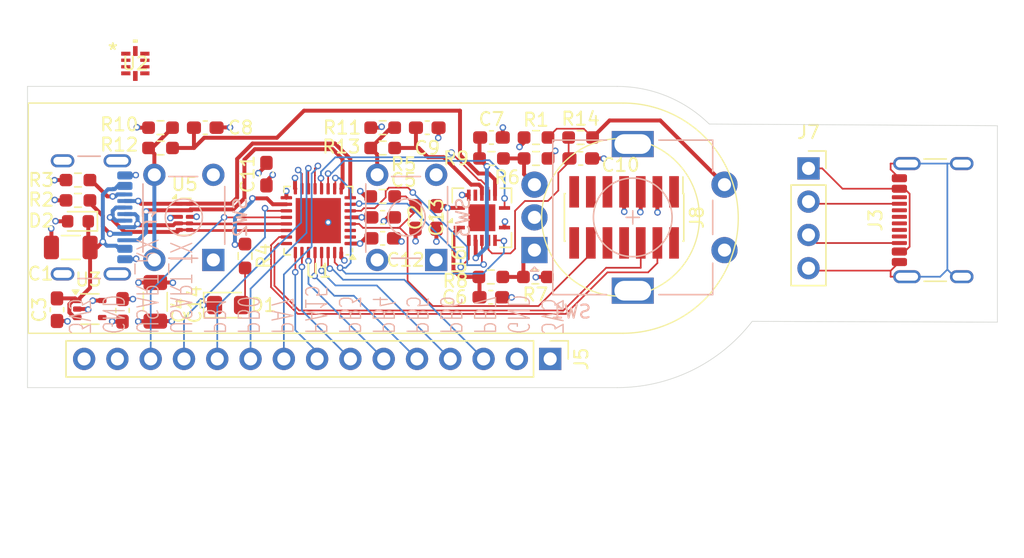
<source format=kicad_pcb>
(kicad_pcb (version 20241229) (generator "pcbnew") (generator_version "9.0")
  (layers (0 "F.Cu" signal) (4 "In1.Cu" mixed) (6 "In2.Cu" mixed) (2 "B.Cu" signal) (13 "F.Paste" user) (15 "B.Paste" user) (5 "F.SilkS" user "F.Silkscreen") (7 "B.SilkS" user "B.Silkscreen") (1 "F.Mask" user) (3 "B.Mask" user) (25 "Edge.Cuts" user))
  (net 0 "")
  (net 1 "3V3")
  (net 2 "GND")
  (net 3 "NRST")
  (net 4 "Net-(D1-A)")
  (net 5 "PB0")
  (net 6 "LED")
  (net 7 "enc_A")
  (net 8 "PB3")
  (net 9 "BOOT0")
  (net 10 "PB6")
  (net 11 "SWCLK")
  (net 12 "PB4")
  (net 13 "PB5")
  (net 14 "enc_B")
  (net 15 "USART1_RX")
  (net 16 "USART1_TX")
  (net 17 "LPUART_RX")
  (net 18 "pushbutton_B")
  (net 19 "pushbutton_A")
  (net 20 "PA15")
  (net 21 "SWDIO")
  (net 22 "PB7")
  (net 23 "PB1")
  (net 24 "LPUART_TX")
  (net 25 "PA7")
  (net 27 "5V")
  (net 34 "Net-(J1-CC1)")
  (net 35 "Net-(J1-CC2)")
  (net 36 "adaptor_LPUART_RX")
  (net 37 "adaptor_5V")
  (net 38 "adaptor_LPUART_TX")
  (net 39 "adaptor_GND")
  (net 40 "Net-(C6-Pad1)")
  (net 41 "Net-(C7-Pad1)")
  (net 42 "Net-(C8-Pad1)")
  (net 43 "Net-(C9-Pad1)")
  (net 44 "Net-(C10-Pad1)")
  (net 53 "Net-(R1-Pad1)")
  (net 54 "Net-(R6-Pad1)")
  (net 55 "Net-(R7-Pad1)")
  (net 56 "Net-(R10-Pad1)")
  (net 57 "Net-(R11-Pad1)")
  (net 59 "USB_DP")
  (net 60 "USB_DN")
  (footprint "Package_SON:USON-10_2.5x1.0mm_P0.5mm" (layer "F.Cu") (at 102.9725 46.96)
    (property "Reference" "U5")
    (property "Value" "TPD4E02B04DQA")
  )
  (footprint "Package_DFN_QFN:Texas_S-PVQFN-N14" (layer "F.Cu") (at 125.67 47.03 90)
    (property "Reference" "U6")
    (property "Value" "74LV14")
  )
  (footprint "Capacitor_SMD:C_0603_1608Metric_Pad1.08x0.95mm_HandSolder" (layer "F.Cu") (at 122.2 47 -90)
    (property "Reference" "C13")
    (property "Value" "1uF")
  )
  (footprint "Resistor_SMD:R_0603_1608Metric_Pad0.98x0.95mm_HandSolder" (layer "F.Cu") (at 118.1 41.7)
    (property "Reference" "R13")
    (property "Value" "10k")
  )
  (footprint "Diode_SMD:D_0603_1608Metric" (layer "F.Cu") (at 94.85 47.3 180)
    (property "Reference" "D2")
    (property "Value" "D_Schottky")
  )
  (footprint "Resistor_SMD:R_0603_1608Metric_Pad0.98x0.95mm_HandSolder" (layer "F.Cu") (at 129.8 42.5)
    (property "Reference" "R6")
    (property "Value" "10k")
  )
  (footprint "footprints:RSE10" (layer "F.Cu") (at 99.2274 35.25)
    (property "Reference" "U2")
    (property "Value" "TS3USB221ARSER")
  )
  (footprint "Capacitor_SMD:C_0603_1608Metric_Pad1.08x0.95mm_HandSolder" (layer "F.Cu") (at 133.2125 42.5)
    (property "Reference" "C10")
    (property "Value" "100nF")
  )
  (footprint "Connector_PinHeader_2.54mm:PinHeader_1x15_P2.54mm_Vertical" (layer "F.Cu") (at 130.88 57.81 -90)
    (property "Reference" "J5")
    (property "Value" "Conn_01x15")
  )
  (footprint "Package_TO_SOT_SMD:SOT-353_SC-70-5" (layer "F.Cu") (at 95.75 54)
    (property "Reference" "U3")
    (property "Value" "MIC5365-1.0YC5")
  )
  (footprint "Resistor_SMD:R_0603_1608Metric_Pad0.98x0.95mm_HandSolder" (layer "F.Cu") (at 118.1 40.15 180)
    (property "Reference" "R11")
    (property "Value" "10k")
  )
  (footprint "Capacitor_SMD:C_0603_1608Metric_Pad1.08x0.95mm_HandSolder" (layer "F.Cu") (at 126.35 53.1)
    (property "Reference" "C6")
    (property "Value" "100nF")
  )
  (footprint "Capacitor_SMD:C_0603_1608Metric_Pad1.08x0.95mm_HandSolder" (layer "F.Cu") (at 118.1 48.6)
    (property "Reference" "C12")
    (property "Value" "100nF")
  )
  (footprint "Resistor_SMD:R_0603_1608Metric_Pad0.98x0.95mm_HandSolder" (layer "F.Cu") (at 129.8 40.9 180)
    (property "Reference" "R1")
    (property "Value" "10k")
  )
  (footprint "Resistor_SMD:R_0603_1608Metric_Pad0.98x0.95mm_HandSolder" (layer "F.Cu") (at 94.85 44.15)
    (property "Reference" "R3")
    (property "Value" "5k1")
  )
  (footprint "Resistor_SMD:R_0603_1608Metric_Pad0.98x0.95mm_HandSolder" (layer "F.Cu") (at 118.1 45.4 180)
    (property "Reference" "R5")
    (property "Value" "10k")
  )
  (footprint "Capacitor_SMD:C_0603_1608Metric_Pad1.08x0.95mm_HandSolder" (layer "F.Cu") (at 109.23 43.7 90)
    (property "Reference" "C11")
    (property "Value" "100nF")
  )
  (footprint "Connector_PinSocket_2.54mm:PinSocket_1x04_P2.54mm_Vertical" (layer "F.Cu") (at 150.59 43.26)
    (property "Reference" "J7")
    (property "Value" "Conn_01x04")
  )
  (footprint "Resistor_SMD:R_0603_1608Metric_Pad0.98x0.95mm_HandSolder" (layer "F.Cu") (at 133.2 40.9)
    (property "Reference" "R14")
    (property "Value" "10k")
  )
  (footprint "Capacitor_SMD:C_0603_1608Metric_Pad1.08x0.95mm_HandSolder" (layer "F.Cu") (at 118.1 47)
    (property "Reference" "C5")
    (property "Value" "100nF")
  )
  (footprint "Connector_PinHeader_1.27mm:PinHeader_2x07_P1.27mm_Vertical_SMD" (layer "F.Cu") (at 136.52 47 -90)
    (property "Reference" "J8")
    (property "Value" "Conn_ST_STDC14")
  )
  (footprint "Resistor_SMD:R_0603_1608Metric_Pad0.98x0.95mm_HandSolder" (layer "F.Cu") (at 126.35 51.55)
    (property "Reference" "R8")
    (property "Value" "10k")
  )
  (footprint "Resistor_SMD:R_0603_1608Metric_Pad0.98x0.95mm_HandSolder" (layer "F.Cu") (at 107.6 49.95 -90)
    (property "Reference" "R4")
    (property "Value" "1k")
  )
  (footprint "Resistor_SMD:R_0603_1608Metric_Pad0.98x0.95mm_HandSolder" (layer "F.Cu") (at 101.15 40.15 180)
    (property "Reference" "R10")
    (property "Value" "10k")
  )
  (footprint "Capacitor_SMD:C_0603_1608Metric_Pad1.08x0.95mm_HandSolder" (layer "F.Cu") (at 120.6 47 -90)
    (property "Reference" "C2")
    (property "Value" "100nF")
  )
  (footprint "LED_SMD:LED_0805_2012Metric_Pad1.15x1.40mm_HandSolder" (layer "F.Cu") (at 106.3 53.7)
    (property "Reference" "D1")
    (property "Value" "LED")
  )
  (footprint "Capacitor_SMD:C_0603_1608Metric_Pad1.08x0.95mm_HandSolder" (layer "F.Cu") (at 121.5 40.15)
    (property "Reference" "C9")
    (property "Value" "100nF")
  )
  (footprint "Resistor_SMD:R_0603_1608Metric_Pad0.98x0.95mm_HandSolder" (layer "F.Cu") (at 129.75 51.55)
    (property "Reference" "R7")
    (property "Value" "10k")
  )
  (footprint "Capacitor_SMD:C_0603_1608Metric_Pad1.08x0.95mm_HandSolder" (layer "F.Cu") (at 98.25 54.1 -90)
    (property "Reference" "C4")
    (property "Value" "1uF")
  )
  (footprint "Capacitor_SMD:C_1206_3216Metric" (layer "F.Cu") (at 94.3 49.3 180)
    (property "Reference" "C1")
    (property "Value" "16V/47uF")
  )
  (footprint "Capacitor_SMD:C_0603_1608Metric_Pad1.08x0.95mm_HandSolder" (layer "F.Cu") (at 104.5625 40.15)
    (property "Reference" "C8")
    (property "Value" "100nF")
  )
  (footprint "Resistor_SMD:R_0603_1608Metric_Pad0.98x0.95mm_HandSolder" (layer "F.Cu") (at 101.15 41.7)
    (property "Reference" "R12")
    (property "Value" "10k")
  )
  (footprint "Connector_USB:USB_C_Receptacle_GCT_USB4105-xx-A_16P_TopMnt_Horizontal" (layer "F.Cu") (at 161.205 47.21 90)
    (property "Reference" "J3")
    (property "Value" "USB_C_connector_board")
  )
  (footprint "Capacitor_SMD:C_0603_1608Metric_Pad1.08x0.95mm_HandSolder" (layer "F.Cu") (at 93.25 54.05 -90)
    (property "Reference" "C3")
    (property "Value" "1uF")
  )
  (footprint "Resistor_SMD:R_0603_1608Metric_Pad0.98x0.95mm_HandSolder" (layer "F.Cu") (at 94.85 45.7)
    (property "Reference" "R2")
    (property "Value" "5k1")
  )
  (footprint "Package_DFN_QFN:QFN-32-1EP_5x5mm_P0.5mm_EP3.45x3.45mm" (layer "F.Cu") (at 113.1875 47.25 180)
    (property "Reference" "U1")
    (property "Value" "STM32L432KCUx")
  )
  (footprint "Capacitor_SMD:C_1206_3216Metric" (layer "F.Cu") (at 100.75 53.45 -90)
    (property "Reference" "C14")
    (property "Value" "16V/47uF")
  )
  (footprint "Resistor_SMD:R_0603_1608Metric_Pad0.98x0.95mm_HandSolder" (layer "F.Cu") (at 126.4 42.5)
    (property "Reference" "R9")
    (property "Value" "10k")
  )
  (footprint "Capacitor_SMD:C_0603_1608Metric_Pad1.08x0.95mm_HandSolder" (layer "F.Cu") (at 126.4 40.9)
    (property "Reference" "C7")
    (property "Value" "100nF")
  )
  (footprint "Rotary_Encoder:RotaryEncoder_Alps_EC11E-Switch_Vertical_H20mm" (layer "B.Cu") (at 129.68 49.5)
    (property "Reference" "SW1")
    (property "Value" "RotaryEncoder_Switch")
  )
  (footprint "Button_Switch_THT:SW_TH_Tactile_Omron_B3F-10xx" (layer "B.Cu") (at 105.18 50.25 90)
    (property "Reference" "SW2")
    (property "Value" "SW_Push" (hide yes))
  )
  (footprint "Button_Switch_THT:SW_TH_Tactile_Omron_B3F-10xx" (layer "B.Cu") (at 122.18 50.25 90)
    (property "Reference" "SW3")
    (property "Value" "SW_Push")
  )
  (footprint "Connector_USB:USB_C_Receptacle_GCT_USB4105-xx-A_16P_TopMnt_Horizontal" (layer "B.Cu") (at 94.75 47 90)
    (property "Reference" "J1")
    (property "Value" "USB_C_synthmate")
  )
  (gr_line (start 136.44 38.27) (end 91.06 38.27) (stroke (width 0.1)) (layer "F.SilkS"))
  (gr_line (start 91.06 38.27) (end 91.06 55.85) (stroke (width 0.1)) (layer "F.SilkS"))
  (gr_circle (center 136.25 47) (end 132.67 42.16) (stroke (width 0.1)) (fill no) (layer "F.SilkS"))
  (gr_line (start 91.06 55.85) (end 136.44 55.85) (stroke (width 0.1)) (layer "F.SilkS"))
  (gr_arc (start 136.44 38.27) (mid 145.23 47.06) (end 136.44 55.85) (stroke (width 0.1)) (layer "F.SilkS"))
  (gr_arc (start 146.292052 54.941893) (mid 141.733907 58.667146) (end 136 60) (stroke (width 0.05)) (layer "Edge.Cuts"))
  (gr_line (start 136 37) (end 91 37) (stroke (width 0.05)) (layer "Edge.Cuts"))
  (gr_line (start 143.014979 39.873285) (end 165 40) (stroke (width 0.05)) (layer "Edge.Cuts"))
  (gr_line (start 165 40) (end 165 55) (stroke (width 0.05)) (layer "Edge.Cuts"))
  (gr_arc (start 136 37) (mid 139.790307 37.746159) (end 143.014979 39.873285) (stroke (width 0.05)) (layer "Edge.Cuts"))
  (gr_line (start 91 37) (end 91 60) (stroke (width 0.05)) (layer "Edge.Cuts"))
  (gr_line (start 165 55) (end 146.29205 54.941893) (stroke (width 0.05)) (layer "Edge.Cuts"))
  (gr_line (start 91 60) (end 136 60) (stroke (width 0.05)) (layer "Edge.Cuts"))
  (gr_text "3V3\nGND\nPB7\nPB6\nPB5\nPB4\nPB3\nPA15\nPA7\nPB0\nPB1\nUSART_TX\nUSART_RX\nGND\n3V3" (at 94 56 270) (layer "B.SilkS") (effects (font (size 1.6 1) (thickness 0.1)) (justify left bottom mirror)))
  (segment (start 130.6625 51.55) (end 129.8 51.55) (width 0.3) (layer "F.Cu") (net 1))
  (segment (start 139.06 46.61) (end 139.07 46.62) (width 0.3) (layer "F.Cu") (net 1))
  (segment (start 102.075 51.975) (end 102.09 51.99) (width 0.3) (layer "F.Cu") (net 1))
  (segment (start 116.79 45.4) (end 116.39 45) (width 0.3) (layer "F.Cu") (net 1))
  (segment (start 128.8875 41.2725) (end 128.54 41.62) (width 0.3) (layer "F.Cu") (net 1))
  (segment (start 99.38 40.15) (end 99.35 40.12) (width 0.3) (layer "F.Cu") (net 1))
  (segment (start 117.1375 47) (end 117.2375 46.9) (width 0.3) (layer "F.Cu") (net 1))
  (segment (start 100.2375 40.15) (end 99.38 40.15) (width 0.3) (layer "F.Cu") (net 1))
  (segment (start 139.06 45.05) (end 139.06 46.61) (width 0.3) (layer "F.Cu") (net 1))
  (segment (start 117.1875 40.15) (end 117.95 40.15) (width 0.3) (layer "F.Cu") (net 1))
  (segment (start 100.75 51.975) (end 99.475 51.975) (width 0.3) (layer "F.Cu") (net 1))
  (segment (start 122.2 46.1375) (end 122.8975 46.1375) (width 0.3) (layer "F.Cu") (net 1))
  (segment (start 117.95 40.15) (end 118.02 40.08) (width 0.3) (layer "F.Cu") (net 1))
  (segment (start 98.1375 53.35) (end 98.25 53.2375) (width 0.3) (layer "F.Cu") (net 1))
  (segment (start 109.23 44.23) (end 109.71 43.75) (width 0.3) (layer "F.Cu") (net 1))
  (segment (start 109.23 44.5625) (end 109.23 44.23) (width 0.3) (layer "F.Cu") (net 1))
  (segment (start 116.5 47) (end 117.1375 47) (width 0.3) (layer "F.Cu") (net 1))
  (segment (start 115.625 47) (end 116.5 47) (width 0.3) (layer "F.Cu") (net 1))
  (segment (start 117.1875 45.4) (end 116.79 45.4) (width 0.3) (layer "F.Cu") (net 1))
  (segment (start 115.625 49) (end 116.37 49) (width 0.3) (layer "F.Cu") (net 1))
  (segment (start 96.7 53.35) (end 95.99 53.35) (width 0.3) (layer "F.Cu") (net 1))
  (segment (start 130.7125 42.4775) (end 131.27 41.92) (width 0.3) (layer "F.Cu") (net 1))
  (segment (start 122.8975 46.1375) (end 123.04 46.28) (width 0.3) (layer "F.Cu") (net 1))
  (segment (start 128.8875 40.9) (end 128.8875 41.2725) (width 0.3) (layer "F.Cu") (net 1))
  (segment (start 116.77 48.6) (end 116.37 49) (width 0.3) (layer "F.Cu") (net 1))
  (segment (start 99.475 51.975) (end 99.47 51.98) (width 0.3) (layer "F.Cu") (net 1))
  (segment (start 123.945 46.28) (end 123.04 46.28) (width 0.3) (layer "F.Cu") (net 1))
  (segment (start 110.75 44.99) (end 110.75 45.5) (width 0.3) (layer "F.Cu") (net 1))
  (segment (start 98.25 53.2375) (end 99.0375 53.2375) (width 0.3) (layer "F.Cu") (net 1))
  (segment (start 95.99 53.35) (end 95.98 53.36) (width 0.3) (layer "F.Cu") (net 1))
  (segment (start 100.75 51.975) (end 102.075 51.975) (width 0.3) (layer "F.Cu") (net 1))
  (segment (start 117.2375 47) (end 116.5 47) (width 0.3) (layer "F.Cu") (net 1))
  (segment (start 130.7125 42.5) (end 130.7125 42.4775) (width 0.3) (layer "F.Cu") (net 1))
  (segment (start 129.8 51.55) (end 129.78 51.57) (width 0.3) (layer "F.Cu") (net 1))
  (segment (start 99.0375 53.2375) (end 99.04 53.24) (width 0.3) (layer "F.Cu") (net 1))
  (segment (start 117.2375 48.6) (end 116.77 48.6) (width 0.3) (layer "F.Cu") (net 1))
  (via (at 99.47 51.98) (size 0.5) (drill 0.3) (layers "F.Cu" "B.Cu") (net 1))
  (via (at 102.09 51.99) (size 0.5) (drill 0.3) (layers "F.Cu" "B.Cu") (net 1))
  (via (at 128.54 41.62) (size 0.5) (drill 0.3) (layers "F.Cu" "B.Cu") (net 1))
  (via (at 99.35 40.12) (size 0.5) (drill 0.3) (layers "F.Cu" "B.Cu") (net 1))
  (via (at 95.98 53.36) (size 0.5) (drill 0.3) (layers "F.Cu" "B.Cu") (net 1))
  (via (at 116.39 45) (size 0.5) (drill 0.3) (layers "F.Cu" "B.Cu") (net 1))
  (via (at 109.71 43.75) (size 0.5) (drill 0.3) (layers "F.Cu" "B.Cu") (net 1))
  (via (at 110.75 44.99) (size 0.5) (drill 0.3) (layers "F.Cu" "B.Cu") (net 1))
  (via (at 131.27 41.92) (size 0.5) (drill 0.3) (layers "F.Cu" "B.Cu") (net 1))
  (via (at 123.04 46.28) (size 0.5) (drill 0.3) (layers "F.Cu" "B.Cu") (net 1))
  (via (at 129.78 51.57) (size 0.5) (drill 0.3) (layers "F.Cu" "B.Cu") (net 1))
  (via (at 118.02 40.08) (size 0.5) (drill 0.3) (layers "F.Cu" "B.Cu") (net 1))
  (via (at 99.04 53.24) (size 0.5) (drill 0.3) (layers "F.Cu" "B.Cu") (net 1))
  (via (at 139.07 46.62) (size 0.5) (drill 0.3) (layers "F.Cu" "B.Cu") (net 1))
  (via (at 116.5 47) (size 0.5) (drill 0.3) (layers "F.Cu" "B.Cu") (net 1))
  (via (at 116.37 49) (size 0.5) (drill 0.3) (layers "F.Cu" "B.Cu") (net 1))
  (segment (start 137.79 46.57) (end 137.76 46.6) (width 0.3) (layer "F.Cu") (net 2))
  (segment (start 119.29 48.6) (end 119.53 48.84) (width 0.3) (layer "F.Cu") (net 2))
  (segment (start 95.59 54) (end 95.63 54.04) (width 0.3) (layer "F.Cu") (net 2))
  (segment (start 109.23 42.8375) (end 108.9525 43.115) (width 0.3) (layer "F.Cu") (net 2))
  (segment (start 118.49 47) (end 118.19 47.3) (width 0.3) (layer "F.Cu") (net 2))
  (segment (start 127.2625 40.1475) (end 127.27 40.14) (width 0.3) (layer "F.Cu") (net 2))
  (segment (start 108.9525 43.115) (end 108.9525 43.2875) (width 0.3) (layer "F.Cu") (net 2))
  (segment (start 102.5875 46.96) (end 101.99 46.96) (width 0.3) (layer "F.Cu") (net 2))
  (segment (start 99.475 54.925) (end 99.45 54.95) (width 0.3) (layer "F.Cu") (net 2))
  (segment (start 118.9625 48.6) (end 119.29 48.6) (width 0.3) (layer "F.Cu") (net 2))
  (segment (start 108.9525 43.2875) (end 108.62 43.62) (width 0.3) (layer "F.Cu") (net 2))
  (segment (start 127.395 47.355) (end 127.43 47.32) (width 0.3) (layer "F.Cu") (net 2))
  (segment (start 113.1875 47.2425) (end 113.21 47.22) (width 0.3) (layer "F.Cu") (net 2))
  (segment (start 103.3575 46.96) (end 103.89 46.96) (width 0.3) (layer "F.Cu") (net 2))
  (segment (start 113.1875 47.25) (end 113.1875 47.2425) (width 0.3) (layer "F.Cu") (net 2))
  (segment (start 111.41 44.785) (end 111.4375 44.8125) (width 0.3) (layer "F.Cu") (net 2))
  (segment (start 100.75 54.925) (end 99.475 54.925) (width 0.3) (layer "F.Cu") (net 2))
  (segment (start 134.96 42.5) (end 134.97 42.51) (width 0.3) (layer "F.Cu") (net 2))
  (segment (start 122.2 48.85) (end 122.2 47.8625) (width 0.3) (layer "F.Cu") (net 2))
  (segment (start 93.15 47.3) (end 93.14 47.29) (width 0.3) (layer "F.Cu") (net 2))
  (segment (start 111.41 43.99) (end 111.41 44.785) (width 0.3) (layer "F.Cu") (net 2))
  (segment (start 105.445 40.13) (end 105.425 40.15) (width 0.3) (layer "F.Cu") (net 2))
  (segment (start 97.4825 54.9625) (end 97.46 54.94) (width 0.3) (layer "F.Cu") (net 2))
  (segment (start 106.45 40.13) (end 105.445 40.13) (width 0.3) (layer "F.Cu") (net 2))
  (segment (start 93.9375 44.15) (end 93.07 44.15) (width 0.3) (layer "F.Cu") (net 2))
  (segment (start 134.075 42.5) (end 134.96 42.5) (width 0.3) (layer "F.Cu") (net 2))
  (segment (start 124.67 45.305) (end 124.175 45.305) (width 0.3) (layer "F.Cu") (net 2))
  (segment (start 124.175 45.305) (end 124.16 45.29) (width 0.3) (layer "F.Cu") (net 2))
  (segment (start 103.89 46.96) (end 103.9 46.95) (width 0.3) (layer "F.Cu") (net 2))
  (segment (start 93.9375 45.7) (end 93.11 45.7) (width 0.3) (layer "F.Cu") (net 2))
  (segment (start 98.2875 54.925) (end 98.25 54.9625) (width 0.13) (layer "F.Cu") (net 2))
  (segment (start 92.825 49.3) (end 92.825 47.865) (width 0.3) (layer "F.Cu") (net 2))
  (segment (start 94.0625 47.3) (end 93.15 47.3) (width 0.3) (layer "F.Cu") (net 2))
  (segment (start 136.52 46.56) (end 136.53 46.57) (width 0.3) (layer "F.Cu") (net 2))
  (segment (start 118.9625 47) (end 118.49 47) (width 0.3) (layer "F.Cu") (net 2))
  (segment (start 98.25 54.9625) (end 97.4825 54.9625) (width 0.3) (layer "F.Cu") (net 2))
  (segment (start 94.0225 54.9125) (end 94.05 54.94) (width 0.3) (layer "F.Cu") (net 2))
  (segment (start 114.9375 50.048525) (end 115.177517 50.288542) (width 0.3) (layer "F.Cu") (net 2))
  (segment (start 101.995 54.925) (end 102.01 54.94) (width 0.3) (layer "F.Cu") (net 2))
  (segment (start 120.6 47.8625) (end 120.61 48.82) (width 0.3) (layer "F.Cu") (net 2))
  (segment (start 105.275 53.7) (end 104.41 53.7) (width 0.3) (layer "F.Cu") (net 2))
  (segment (start 93.07 44.15) (end 93.06 44.16) (width 0.3) (layer "F.Cu") (net 2))
  (segment (start 100.75 54.925) (end 101.995 54.925) (width 0.3) (layer "F.Cu") (net 2))
  (segment (start 93.25 54.9125) (end 94.0225 54.9125) (width 0.3) (layer "F.Cu") (net 2))
  (segment (start 137.79 45.05) (end 137.79 46.57) (width 0.3) (layer "F.Cu") (net 2))
  (segment (start 122.3625 40.9075) (end 122.34 40.93) (width 0.3) (layer "F.Cu") (net 2))
  (segment (start 93.11 45.7) (end 93.08 45.67) (width 0.3) (layer "F.Cu") (net 2))
  (segment (start 105.18 53.605) (end 105.275 53.7) (width 0.13) (layer "F.Cu") (net 2))
  (segment (start 127.2625 40.9) (end 127.2625 40.1475) (width 0.3) (layer "F.Cu") (net 2))
  (segment (start 127.2125 53.1) (end 127.93 53.1) (width 0.3) (layer "F.Cu") (net 2))
  (segment (start 127.395 47.78) (end 127.395 47.355) (width 0.3) (layer "F.Cu") (net 2))
  (segment (start 127.93 53.1) (end 127.94 53.11) (width 0.3) (layer "F.Cu") (net 2))
  (segment (start 94.8 54) (end 95.59 54) (width 0.3) (layer "F.Cu") (net 2))
  (segment (start 122.3625 40.15) (end 122.3625 40.9075) (width 0.3) (layer "F.Cu") (net 2))
  (segment (start 114.9375 49.6875) (end 114.9375 50.048525) (width 0.3) (layer "F.Cu") (net 2))
  (segment (start 92.825 47.865) (end 92.81 47.85) (width 0.3) (layer "F.Cu") (net 2))
  (segment (start 101.99 46.96) (end 101.9 47.05) (width 0.3) (layer "F.Cu") (net 2))
  (segment (start 136.52 45.05) (end 136.52 46.56) (width 0.3) (layer "F.Cu") (net 2))
  (via (at 99.45 54.95) (size 0.5) (drill 0.3) (layers "F.Cu" "B.Cu") (net 2))
  (via (at 95.63 54.04) (size 0.5) (drill 0.3) (layers "F.Cu" "B.Cu") (net 2))
  (via (at 106.45 40.13) (size 0.5) (drill 0.3) (layers "F.Cu" "B.Cu") (net 2))
  (via (at 102.01 54.94) (size 0.5) (drill 0.3) (layers "F.Cu" "B.Cu") (net 2))
  (via (at 122.34 40.93) (size 0.5) (drill 0.3) (layers "F.Cu" "B.Cu") (net 2))
  (via (at 127.27 40.14) (size 0.5) (drill 0.3) (layers "F.Cu" "B.Cu") (net 2))
  (via (at 137.76 46.6) (size 0.5) (drill 0.3) (layers "F.Cu" "B.Cu") (net 2))
  (via (at 93.08 45.67) (size 0.5) (drill 0.3) (layers "F.Cu" "B.Cu") (net 2))
  (via (at 108.62 43.62) (size 0.5) (drill 0.3) (layers "F.Cu" "B.Cu") (net 2))
  (via (at 94.05 54.94) (size 0.5) (drill 0.3) (layers "F.Cu" "B.Cu") (net 2))
  (via (at 99.29 50.16) (size 0.5) (drill 0.3) (layers "F.Cu" "B.Cu") (net 2))
  (via (at 92.81 47.85) (size 0.5) (drill 0.3) (layers "F.Cu" "B.Cu") (net 2))
  (via (at 113.94 47.38) (size 0.5) (drill 0.3) (layers "F.Cu" "B.Cu") (net 2))
  (via (at 120.61 48.82) (size 0.5) (drill 0.3) (layers "F.Cu" "B.Cu") (net 2))
  (via (at 122.2 48.85) (size 0.5) (drill 0.3) (layers "F.Cu" "B.Cu") (net 2))
  (via (at 93.14 47.29) (size 0.5) (drill 0.3) (layers "F.Cu" "B.Cu") (net 2))
  (via (at 97.46 54.94) (size 0.5) (drill 0.3) (layers "F.Cu" "B.Cu") (net 2))
  (via (at 136.53 46.57) (size 0.5) (drill 0.3) (layers "F.Cu" "B.Cu") (net 2))
  (via (at 124.16 45.29) (size 0.5) (drill 0.3) (layers "F.Cu" "B.Cu") (net 2))
  (via (at 127.43 47.32) (size 0.5) (drill 0.3) (layers "F.Cu" "B.Cu") (net 2))
  (via (at 103.9 46.95) (size 0.5) (drill 0.3) (layers "F.Cu" "B.Cu") (net 2))
  (via (at 101.9 47.05) (size 0.5) (drill 0.3) (layers "F.Cu" "B.Cu") (net 2))
  (via (at 118.19 47.3) (size 0.5) (drill 0.3) (layers "F.Cu" "B.Cu") (net 2))
  (via (at 99.26 43.77) (size 0.5) (drill 0.3) (layers "F.Cu" "B.Cu") (net 2))
  (via (at 104.41 53.7) (size 0.5) (drill 0.3) (layers "F.Cu" "B.Cu") (net 2))
  (via (at 111.41 43.99) (size 0.5) (drill 0.3) (layers "F.Cu" "B.Cu") (net 2))
  (via (at 127.94 53.11) (size 0.5) (drill 0.3) (layers "F.Cu" "B.Cu") (net 2))
  (via (at 119.53 48.84) (size 0.5) (drill 0.3) (layers "F.Cu" "B.Cu") (net 2))
  (via (at 93.06 44.16) (size 0.5) (drill 0.3) (layers "F.Cu" "B.Cu") (net 2))
  (via (at 134.97 42.51) (size 0.5) (drill 0.3) (layers "F.Cu" "B.Cu") (net 2))
  (via (at 115.177517 50.288542) (size 0.5) (drill 0.3) (layers "F.Cu" "B.Cu") (net 2))
  (segment (start 99.25 50.2) (end 99.29 50.16) (width 0.3) (layer "B.Cu") (net 2))
  (segment (start 98.43 43.8) (end 99.23 43.8) (width 0.3) (layer "B.Cu") (net 2))
  (segment (start 98.43 50.2) (end 99.25 50.2) (width 0.3) (layer "B.Cu") (net 2))
  (segment (start 99.23 43.8) (end 99.26 43.77) (width 0.3) (layer "B.Cu") (net 2))
  (segment (start 119.4 47.8) (end 119.25 47.8) (width 0.13) (layer "F.Cu") (net 3))
  (segment (start 120 51.85) (end 120 48.4) (width 0.13) (layer "F.Cu") (net 3))
  (segment (start 120.6 46.55) (end 120.6 46.261) (width 0.13) (layer "F.Cu") (net 3))
  (segment (start 121.921 53.771) (end 120 51.85) (width 0.13) (layer "F.Cu") (net 3))
  (segment (start 119.35 47.8) (end 120.6 46.55) (width 0.13) (layer "F.Cu") (net 3))
  (segment (start 133.98 49.78) (end 129.989 53.771) (width 0.13) (layer "F.Cu") (net 3))
  (segment (start 116.3 47.5) (end 116.6 47.8) (width 0.13) (layer "F.Cu") (net 3))
  (segment (start 119.8625 45.4) (end 120.6 46.1375) (width 0.13) (layer "F.Cu") (net 3))
  (segment (start 115.625 47.5) (end 116.3 47.5) (width 0.13) (layer "F.Cu") (net 3))
  (segment (start 129.989 53.771) (end 121.921 53.771) (width 0.13) (layer "F.Cu") (net 3))
  (segment (start 119.25 47.8) (end 119.35 47.8) (width 0.13) (layer "F.Cu") (net 3))
  (segment (start 119.0125 45.4) (end 119.8625 45.4) (width 0.13) (layer "F.Cu") (net 3))
  (segment (start 120 48.4) (end 119.4 47.8) (width 0.13) (layer "F.Cu") (net 3))
  (segment (start 116.6 47.8) (end 119.25 47.8) (width 0.13) (layer "F.Cu") (net 3))
  (segment (start 133.98 48.95) (end 133.98 49.78) (width 0.13) (layer "F.Cu") (net 3))
  (segment (start 107.6 53.425) (end 107.325 53.7) (width 0.13) (layer "F.Cu") (net 4))
  (segment (start 107.6 50.8625) (end 107.6 53.425) (width 0.13) (layer "F.Cu") (net 4))
  (segment (start 112.43 43.25) (end 112.43 44.805) (width 0.13) (layer "F.Cu") (net 5))
  (segment (start 112.43 44.805) (end 112.4375 44.8125) (width 0.13) (layer "F.Cu") (net 5))
  (via (at 112.43 43.25) (size 0.5) (drill 0.3) (layers "F.Cu" "B.Cu") (net 5))
  (segment (start 112.43 43.25) (end 112.29 43.39) (width 0.13) (layer "B.Cu") (net 5))
  (segment (start 112.29 43.39) (end 112.29 48.18) (width 0.13) (layer "B.Cu") (net 5))
  (segment (start 112.29 48.18) (end 108.02 52.45) (width 0.13) (layer "B.Cu") (net 5))
  (segment (start 108.02 52.45) (end 108.02 57.81) (width 0.13) (layer "B.Cu") (net 5))
  (segment (start 108.16 45.55) (end 109.27 45.55) (width 0.3) (layer "F.Cu") (net 6))
  (segment (start 109.27 45.55) (end 109.72 46) (width 0.3) (layer "F.Cu") (net 6))
  (segment (start 107.5575 49.08) (end 107.6 49.0375) (width 0.3) (layer "F.Cu") (net 6))
  (segment (start 106.83 49.08) (end 107.5575 49.08) (width 0.3) (layer "F.Cu") (net 6))
  (segment (start 109.72 46) (end 110.75 46) (width 0.3) (layer "F.Cu") (net 6))
  (via (at 108.16 45.55) (size 0.5) (drill 0.3) (layers "F.Cu" "B.Cu") (net 6))
  (via (at 106.83 49.08) (size 0.5) (drill 0.3) (layers "F.Cu" "B.Cu") (net 6))
  (segment (start 108.16 45.74) (end 106.83 47.07) (width 0.3) (layer "B.Cu") (net 6))
  (segment (start 106.83 47.07) (end 106.83 49.08) (width 0.3) (layer "B.Cu") (net 6))
  (segment (start 108.16 45.55) (end 108.16 45.74) (width 0.3) (layer "B.Cu") (net 6))
  (segment (start 115.675 45.95) (end 115.625 46) (width 0.13) (layer "F.Cu") (net 7))
  (segment (start 116.3 45.95) (end 115.675 45.95) (width 0.13) (layer "F.Cu") (net 7))
  (segment (start 124.67 50.18) (end 124.05 50.8) (width 0.13) (layer "F.Cu") (net 7))
  (segment (start 124.67 48.755) (end 124.67 50.18) (width 0.13) (layer "F.Cu") (net 7))
  (via (at 116.3 45.95) (size 0.5) (drill 0.3) (layers "F.Cu" "B.Cu") (net 7))
  (via (at 124.05 50.8) (size 0.5) (drill 0.3) (layers "F.Cu" "B.Cu") (net 7))
  (segment (start 119.972 45.95) (end 116.3 45.95) (width 0.13) (layer "B.Cu") (net 7))
  (segment (start 124.05 50.8) (end 124.05 50.028) (width 0.13) (layer "B.Cu") (net 7))
  (segment (start 124.05 50.028) (end 119.972 45.95) (width 0.13) (layer "B.Cu") (net 7))
  (segment (start 111.9375 50.78) (end 111.9375 49.6875) (width 0.13) (layer "F.Cu") (net 8))
  (via (at 111.9375 50.78) (size 0.5) (drill 0.3) (layers "F.Cu" "B.Cu") (net 8))
  (segment (start 111.9375 54.1075) (end 115.64 57.81) (width 0.13) (layer "B.Cu") (net 8))
  (segment (start 111.9375 50.78) (end 111.9375 54.1075) (width 0.13) (layer "B.Cu") (net 8))
  (segment (start 114.4906 44.7594) (end 114.4375 44.8125) (width 0.13) (layer "F.Cu") (net 9))
  (segment (start 114.4906 43.9927) (end 114.4906 44.7594) (width 0.13) (layer "F.Cu") (net 9))
  (segment (start 127.305 48.755) (end 127.35 48.8) (width 0.13) (layer "F.Cu") (net 9))
  (segment (start 114.4375 50.4375) (end 114.4375 49.6875) (width 0.13) (layer "F.Cu") (net 9))
  (segment (start 126.67 48.755) (end 127.305 48.755) (width 0.13) (layer "F.Cu") (net 9))
  (segment (start 114.85 50.85) (end 114.4375 50.4375) (width 0.13) (layer "F.Cu") (net 9))
  (via (at 114.85 50.85) (size 0.5) (drill 0.3) (layers "F.Cu" "B.Cu") (net 9))
  (via (at 127.35 48.8) (size 0.5) (drill 0.3) (layers "F.Cu" "B.Cu") (net 9))
  (via (at 114.4906 43.9927) (size 0.5) (drill 0.3) (layers "F.Cu" "B.Cu") (net 9))
  (segment (start 127.35 48.8) (end 127.35 49.709024) (width 0.13) (layer "B.Cu") (net 9))
  (segment (start 115.66 44.86) (end 115.66 50.47) (width 0.13) (layer "B.Cu") (net 9))
  (segment (start 115.28 50.85) (end 114.85 50.85) (width 0.13) (layer "B.Cu") (net 9))
  (segment (start 115.66 50.47) (end 115.28 50.85) (width 0.13) (layer "B.Cu") (net 9))
  (segment (start 127.35 49.709024) (end 125.763024 51.296) (width 0.13) (layer "B.Cu") (net 9))
  (segment (start 114.4906 43.9927) (end 114.7927 43.9927) (width 0.13) (layer "B.Cu") (net 9))
  (segment (start 114.7927 43.9927) (end 115.66 44.86) (width 0.13) (layer "B.Cu") (net 9))
  (segment (start 125.763024 51.296) (end 115.296 51.296) (width 0.13) (layer "B.Cu") (net 9))
  (segment (start 115.296 51.296) (end 114.85 50.85) (width 0.13) (layer "B.Cu") (net 9))
  (segment (start 113.4375 51.08) (end 113.4375 49.6875) (width 0.13) (layer "F.Cu") (net 10))
  (via (at 113.4375 51.08) (size 0.5) (drill 0.3) (layers "F.Cu" "B.Cu") (net 10))
  (segment (start 113.67 51.3125) (end 113.67 51.37) (width 0.13) (layer "B.Cu") (net 10))
  (segment (start 114.5 52.2) (end 117.65 52.2) (width 0.13) (layer "B.Cu") (net 10))
  (segment (start 113.4375 51.08) (end 113.67 51.3125) (width 0.13) (layer "B.Cu") (net 10))
  (segment (start 113.67 51.37) (end 114.5 52.2) (width 0.13) (layer "B.Cu") (net 10))
  (segment (start 117.65 52.2) (end 123.26 57.81) (width 0.13) (layer "B.Cu") (net 10))
  (segment (start 109.8406 49.3094) (end 110.15 49) (width 0.13) (layer "F.Cu") (net 11))
  (segment (start 137.79 50.85) (end 135.15 50.85) (width 0.13) (layer "F.Cu") (net 11))
  (segment (start 109.8406 52.2206) (end 109.8406 49.3094) (width 0.13) (layer "F.Cu") (net 11))
  (segment (start 131.89 54.11) (end 111.73 54.11) (width 0.13) (layer "F.Cu") (net 11))
  (segment (start 111.73 54.11) (end 109.8406 52.2206) (width 0.13) (layer "F.Cu") (net 11))
  (segment (start 110.15 49) (end 110.75 49) (width 0.13) (layer "F.Cu") (net 11))
  (segment (start 137.79 48.95) (end 137.79 50.85) (width 0.13) (layer "F.Cu") (net 11))
  (segment (start 135.15 50.85) (end 131.89 54.11) (width 0.13) (layer "F.Cu") (net 11))
  (segment (start 112.4375 50.33) (end 112.4375 49.6875) (width 0.13) (layer "F.Cu") (net 12))
  (via (at 112.4375 50.33) (size 0.5) (drill 0.3) (layers "F.Cu" "B.Cu") (net 12))
  (segment (start 112.4375 52.0675) (end 118.18 57.81) (width 0.13) (layer "B.Cu") (net 12))
  (segment (start 112.4375 50.33) (end 112.4375 52.0675) (width 0.13) (layer "B.Cu") (net 12))
  (segment (start 112.97 51.41) (end 112.97 51.289024) (width 0.13) (layer "F.Cu") (net 13))
  (segment (start 112.9375 51.256524) (end 112.9375 49.6875) (width 0.13) (layer "F.Cu") (net 13))
  (segment (start 112.97 51.289024) (end 112.9375 51.256524) (width 0.13) (layer "F.Cu") (net 13))
  (segment (start 112.91 51.47) (end 112.97 51.41) (width 0.13) (layer "F.Cu") (net 13))
  (via (at 112.91 51.47) (size 0.5) (drill 0.3) (layers "F.Cu" "B.Cu") (net 13))
  (segment (start 112.97 51.545632) (end 114.413392 52.989024) (width 0.13) (layer "B.Cu") (net 13))
  (segment (start 112.97 51.53) (end 112.97 51.545632) (width 0.13) (layer "B.Cu") (net 13))
  (segment (start 115.899024 52.989024) (end 120.72 57.81) (width 0.13) (layer "B.Cu") (net 13))
  (segment (start 112.91 51.47) (end 112.97 51.53) (width 0.13) (layer "B.Cu") (net 13))
  (segment (start 114.413392 52.989024) (end 115.899024 52.989024) (width 0.13) (layer "B.Cu") (net 13))
  (segment (start 118.329 44.976358) (end 118.576358 44.729) (width 0.13) (layer "F.Cu") (net 14))
  (segment (start 116.660148 46.3) (end 117.5 46.3) (width 0.13) (layer "F.Cu") (net 14))
  (segment (start 118.576358 44.729) (end 120.029 44.729) (width 0.13) (layer "F.Cu") (net 14))
  (segment (start 125.8 50.6) (end 125.67 50.47) (width 0.13) (layer "F.Cu") (net 14))
  (segment (start 116.460148 46.5) (end 116.660148 46.3) (width 0.13) (layer "F.Cu") (net 14))
  (segment (start 120.029 44.729) (end 120.4 45.1) (width 0.13) (layer "F.Cu") (net 14))
  (segment (start 117.5 46.3) (end 118.329 45.471) (width 0.13) (layer "F.Cu") (net 14))
  (segment (start 125.67 50.47) (end 125.67 48.755) (width 0.13) (layer "F.Cu") (net 14))
  (segment (start 118.329 45.471) (end 118.329 44.976358) (width 0.13) (layer "F.Cu") (net 14))
  (segment (start 115.625 46.5) (end 116.460148 46.5) (width 0.13) (layer "F.Cu") (net 14))
  (via (at 125.8 50.6) (size 0.5) (drill 0.3) (layers "F.Cu" "B.Cu") (net 14))
  (via (at 120.4 45.1) (size 0.5) (drill 0.3) (layers "F.Cu" "B.Cu") (net 14))
  (segment (start 124.55 50.65) (end 125.75 50.65) (width 0.13) (layer "B.Cu") (net 14))
  (segment (start 125.75 50.65) (end 125.8 50.6) (width 0.13) (layer "B.Cu") (net 14))
  (segment (start 124.55 49.25) (end 124.55 50.65) (width 0.13) (layer "B.Cu") (net 14))
  (segment (start 120.4 45.1) (end 124.55 49.25) (width 0.13) (layer "B.Cu") (net 14))
  (segment (start 106 47) (end 110.75 47) (width 0.13) (layer "F.Cu") (net 15))
  (via (at 106 47) (size 0.5) (drill 0.3) (layers "F.Cu" "B.Cu") (net 15))
  (segment (start 100.4 52.6) (end 100.4 57.81) (width 0.13) (layer "B.Cu") (net 15))
  (segment (start 106 47) (end 100.4 52.6) (width 0.13) (layer "B.Cu") (net 15))
  (segment (start 109.12 46.312) (end 109.308 46.5) (width 0.13) (layer "F.Cu") (net 16))
  (segment (start 109.308 46.5) (end 110.75 46.5) (width 0.13) (layer "F.Cu") (net 16))
  (segment (start 109.12 46.3) (end 109.12 46.312) (width 0.13) (layer "F.Cu") (net 16))
  (via (at 109.12 46.3) (size 0.5) (drill 0.3) (layers "F.Cu" "B.Cu") (net 16))
  (segment (start 109.12 48.53) (end 104.416 53.234) (width 0.13) (layer "B.Cu") (net 16))
  (segment (start 103.944 53.506976) (end 103.944 53.706) (width 0.13) (layer "B.Cu") (net 16))
  (segment (start 102.94 54.71) (end 102.94 57.81) (width 0.13) (layer "B.Cu") (net 16))
  (segment (start 103.944 53.706) (end 102.94 54.71) (width 0.13) (layer "B.Cu") (net 16))
  (segment (start 104.416 53.234) (end 104.216976 53.234) (width 0.13) (layer "B.Cu") (net 16))
  (segment (start 104.216976 53.234) (end 103.944 53.506976) (width 0.13) (layer "B.Cu") (net 16))
  (segment (start 109.12 46.3) (end 109.12 48.53) (width 0.13) (layer "B.Cu") (net 16))
  (segment (start 115.0416 42.551126) (end 114.281474 41.791) (width 0.3) (layer "F.Cu") (net 17))
  (segment (start 108.348526 41.791) (end 107.55 42.589526) (width 0.3) (layer "F.Cu") (net 17))
  (segment (start 114.9375 44.8125) (end 115.0416 44.7084) (width 0.3) (layer "F.Cu") (net 17))
  (segment (start 106.709 46.391) (end 103.4265 46.391) (width 0.3) (layer "F.Cu") (net 17))
  (segment (start 115.0416 44.7084) (end 115.0416 42.551126) (width 0.3) (layer "F.Cu") (net 17))
  (segment (start 103.4265 46.391) (end 103.3575 46.46) (width 0.3) (layer "F.Cu") (net 17))
  (segment (start 100.05 46.55) (end 100.14 46.46) (width 0.3) (layer "F.Cu") (net 17))
  (segment (start 107.55 45.55) (end 106.709 46.391) (width 0.3) (layer "F.Cu") (net 17))
  (segment (start 107.55 42.589526) (end 107.55 45.55) (width 0.3) (layer "F.Cu") (net 17))
  (segment (start 103.3575 46.46) (end 102.5875 46.46) (width 0.3) (layer "F.Cu") (net 17))
  (segment (start 100.14 46.46) (end 102.5875 46.46) (width 0.3) (layer "F.Cu") (net 17))
  (segment (start 114.281474 41.791) (end 108.348526 41.791) (width 0.3) (layer "F.Cu") (net 17))
  (via (at 100.05 46.55) (size 0.5) (drill 0.3) (layers "F.Cu" "B.Cu") (net 17))
  (segment (start 99.45 48.75) (end 100.05 48.15) (width 0.3) (layer "B.Cu") (net 17))
  (segment (start 98.43 48.75) (end 99.45 48.75) (width 0.3) (layer "B.Cu") (net 17))
  (segment (start 100.05 48.15) (end 100.05 46.55) (width 0.3) (layer "B.Cu") (net 17))
  (segment (start 126.17 44.730682) (end 126.17 45.305) (width 0.13) (layer "F.Cu") (net 18))
  (segment (start 125.42483 44.154) (end 125.593318 44.154) (width 0.13) (layer "F.Cu") (net 18))
  (segment (start 123.35 42.05) (end 123.35 42.07917) (width 0.13) (layer "F.Cu") (net 18))
  (segment (start 123.35 42.07917) (end 125.42483 44.154) (width 0.13) (layer "F.Cu") (net 18))
  (segment (start 113.4375 44.4924) (end 113.4375 44.8125) (width 0.13) (layer "F.Cu") (net 18))
  (segment (start 125.593318 44.154) (end 126.17 44.730682) (width 0.13) (layer "F.Cu") (net 18))
  (segment (start 113.39 44.4449) (end 113.4375 44.4924) (width 0.13) (layer "F.Cu") (net 18))
  (segment (start 113.39 44.01) (end 113.39 44.4449) (width 0.13) (layer "F.Cu") (net 18))
  (via (at 113.39 44.01) (size 0.5) (drill 0.3) (layers "F.Cu" "B.Cu") (net 18))
  (via (at 123.35 42.05) (size 0.5) (drill 0.3) (layers "F.Cu" "B.Cu") (net 18))
  (segment (start 113.39 44.01) (end 113.39 43.51) (width 0.13) (layer "B.Cu") (net 18))
  (segment (start 113.39 43.51) (end 114.4866 42.4134) (width 0.13) (layer "B.Cu") (net 18))
  (segment (start 114.4866 42.4134) (end 123.55 42.4134) (width 0.13) (layer "B.Cu") (net 18))
  (segment (start 123.55 42.25) (end 123.35 42.05) (width 0.13) (layer "B.Cu") (net 18))
  (segment (start 123.55 42.4134) (end 123.55 42.25) (width 0.13) (layer "B.Cu") (net 18))
  (segment (start 113.94 43.660702) (end 113.94 44.0714) (width 0.13) (layer "F.Cu") (net 19))
  (segment (start 113.934863 43.655565) (end 113.94 43.660702) (width 0.13) (layer "F.Cu") (net 19))
  (segment (start 127.4 46.275) (end 127.395 46.28) (width 0.13) (layer "F.Cu") (net 19))
  (segment (start 127.4 45.55) (end 127.4 46.275) (width 0.13) (layer "F.Cu") (net 19))
  (segment (start 113.94 44.0714) (end 113.9375 44.0739) (width 0.13) (layer "F.Cu") (net 19))
  (segment (start 113.9375 44.0739) (end 113.9375 44.8125) (width 0.13) (layer "F.Cu") (net 19))
  (via (at 127.4 45.55) (size 0.5) (drill 0.3) (layers "F.Cu" "B.Cu") (net 19))
  (via (at 113.934863 43.655565) (size 0.5) (drill 0.3) (layers "F.Cu" "B.Cu") (net 19))
  (segment (start 113.950428 43.64) (end 114.1858 43.64) (width 0.13) (layer "B.Cu") (net 19))
  (segment (start 125.856976 42.634) (end 126.243024 42.634) (width 0.13) (layer "B.Cu") (net 19))
  (segment (start 115.1412 42.6846) (end 125.806376 42.6846) (width 0.13) (layer "B.Cu") (net 19))
  (segment (start 126.243024 42.634) (end 127.4 43.790976) (width 0.13) (layer "B.Cu") (net 19))
  (segment (start 127.4 43.790976) (end 127.4 45.55) (width 0.13) (layer "B.Cu") (net 19))
  (segment (start 125.806376 42.6846) (end 125.856976 42.634) (width 0.13) (layer "B.Cu") (net 19))
  (segment (start 114.1858 43.64) (end 115.1412 42.6846) (width 0.13) (layer "B.Cu") (net 19))
  (segment (start 113.934863 43.655565) (end 113.950428 43.64) (width 0.13) (layer "B.Cu") (net 19))
  (segment (start 111.429933 51.186053) (end 111.4375 51.178486) (width 0.13) (layer "F.Cu") (net 20))
  (segment (start 111.4375 51.178486) (end 111.4375 49.6875) (width 0.13) (layer "F.Cu") (net 20))
  (via (at 111.429933 51.186053) (size 0.5) (drill 0.3) (layers "F.Cu" "B.Cu") (net 20))
  (segment (start 113.1 57.28) (end 113.1 57.81) (width 0.13) (layer "B.Cu") (net 20))
  (segment (start 111.429933 55.609933) (end 113.1 57.28) (width 0.13) (layer "B.Cu") (net 20))
  (segment (start 111.429933 51.186053) (end 111.429933 55.609933) (width 0.13) (layer "B.Cu") (net 20))
  (segment (start 109.5804 49.20049) (end 109.5804 49.1196) (width 0.13) (layer "F.Cu") (net 21))
  (segment (start 135.25 51.2) (end 132.079 54.371) (width 0.13) (layer "F.Cu") (net 21))
  (segment (start 109.5796 49.20129) (end 109.5804 49.20049) (width 0.13) (layer "F.Cu") (net 21))
  (segment (start 111.62189 54.371) (end 109.5796 52.32871) (width 0.13) (layer "F.Cu") (net 21))
  (segment (start 139.06 50.49) (end 138.35 51.2) (width 0.13) (layer "F.Cu") (net 21))
  (segment (start 109.5804 49.1196) (end 110.2 48.5) (width 0.13) (layer "F.Cu") (net 21))
  (segment (start 138.35 51.2) (end 135.25 51.2) (width 0.13) (layer "F.Cu") (net 21))
  (segment (start 132.079 54.371) (end 111.62189 54.371) (width 0.13) (layer "F.Cu") (net 21))
  (segment (start 109.5796 52.32871) (end 109.5796 49.20129) (width 0.13) (layer "F.Cu") (net 21))
  (segment (start 139.06 48.95) (end 139.06 50.49) (width 0.13) (layer "F.Cu") (net 21))
  (segment (start 110.2 48.5) (end 110.75 48.5) (width 0.13) (layer "F.Cu") (net 21))
  (segment (start 114.065728 50.913168) (end 113.93 50.77744) (width 0.13) (layer "F.Cu") (net 22))
  (segment (start 113.93 50.77744) (end 113.93 49.695) (width 0.13) (layer "F.Cu") (net 22))
  (segment (start 113.93 49.695) (end 113.9375 49.6875) (width 0.13) (layer "F.Cu") (net 22))
  (via (at 114.065728 50.913168) (size 0.5) (drill 0.3) (layers "F.Cu" "B.Cu") (net 22))
  (segment (start 114.065728 50.913168) (end 114.233168 50.913168) (width 0.13) (layer "B.Cu") (net 22))
  (segment (start 114.233168 50.913168) (end 115.08 51.76) (width 0.13) (layer "B.Cu") (net 22))
  (segment (start 115.08 51.76) (end 119.75 51.76) (width 0.13) (layer "B.Cu") (net 22))
  (segment (start 119.75 51.76) (end 125.8 57.81) (width 0.13) (layer "B.Cu") (net 22))
  (segment (start 111.649607 43.385772) (end 111.9375 43.673665) (width 0.13) (layer "F.Cu") (net 23))
  (segment (start 111.9375 43.673665) (end 111.9375 44.8125) (width 0.13) (layer "F.Cu") (net 23))
  (via (at 111.649607 43.385772) (size 0.5) (drill 0.3) (layers "F.Cu" "B.Cu") (net 23))
  (segment (start 111.876 43.612165) (end 111.649607 43.385772) (width 0.13) (layer "B.Cu") (net 23))
  (segment (start 105.48 57.81) (end 105.48 53.79911) (width 0.13) (layer "B.Cu") (net 23))
  (segment (start 105.48 53.79911) (end 111.876 47.40311) (width 0.13) (layer "B.Cu") (net 23))
  (segment (start 111.876 47.40311) (end 111.876 43.612165) (width 0.13) (layer "B.Cu") (net 23))
  (segment (start 103.3675 45.95) (end 106.540474 45.95) (width 0.3) (layer "F.Cu") (net 24))
  (segment (start 106.995237 42.534763) (end 108.17 41.36) (width 0.3) (layer "F.Cu") (net 24))
  (segment (start 106.540474 45.95) (end 106.995237 45.495237) (width 0.3) (layer "F.Cu") (net 24))
  (segment (start 108.17 41.36) (end 114.46 41.36) (width 0.3) (layer "F.Cu") (net 24))
  (segment (start 103.3575 45.96) (end 102.5875 45.96) (width 0.3) (layer "F.Cu") (net 24))
  (segment (start 99.66 45.96) (end 102.5875 45.96) (width 0.3) (layer "F.Cu") (net 24))
  (segment (start 103.3575 45.96) (end 103.3675 45.95) (width 0.3) (layer "F.Cu") (net 24))
  (segment (start 106.995237 45.495237) (end 106.995237 42.534763) (width 0.3) (layer "F.Cu") (net 24))
  (segment (start 115.625 42.525) (end 115.625 45.5) (width 0.3) (layer "F.Cu") (net 24))
  (segment (start 114.46 41.36) (end 115.625 42.525) (width 0.3) (layer "F.Cu") (net 24))
  (segment (start 99.45 45.75) (end 99.66 45.96) (width 0.3) (layer "F.Cu") (net 24))
  (via (at 99.45 45.75) (size 0.5) (drill 0.3) (layers "F.Cu" "B.Cu") (net 24))
  (segment (start 98.43 45.75) (end 99.45 45.75) (width 0.3) (layer "B.Cu") (net 24))
  (segment (start 112.93 44.805) (end 112.9375 44.8125) (width 0.13) (layer "F.Cu") (net 25))
  (segment (start 112.924 43.816976) (end 112.924 44.203024) (width 0.13) (layer "F.Cu") (net 25))
  (segment (start 112.924 44.203024) (end 112.93 44.209024) (width 0.13) (layer "F.Cu") (net 25))
  (segment (start 112.93 44.209024) (end 112.93 44.805) (width 0.13) (layer "F.Cu") (net 25))
  (segment (start 112.93 43.810976) (end 112.924 43.816976) (width 0.13) (layer "F.Cu") (net 25))
  (segment (start 112.93 43.264826) (end 112.93 43.810976) (width 0.13) (layer "F.Cu") (net 25))
  (segment (start 113.16 43.07) (end 113.124826 43.07) (width 0.13) (layer "F.Cu") (net 25))
  (segment (start 113.124826 43.07) (end 112.93 43.264826) (width 0.13) (layer "F.Cu") (net 25))
  (via (at 113.16 43.07) (size 0.5) (drill 0.3) (layers "F.Cu" "B.Cu") (net 25))
  (segment (start 110.56 51.36) (end 110.56 57.81) (width 0.13) (layer "B.Cu") (net 25))
  (segment (start 112.68 43.659024) (end 112.68 49.24) (width 0.13) (layer "B.Cu") (net 25))
  (segment (start 113.16 43.07) (end 113.16 43.179024) (width 0.13) (layer "B.Cu") (net 25))
  (segment (start 113.16 43.179024) (end 112.68 43.659024) (width 0.13) (layer "B.Cu") (net 25))
  (segment (start 112.68 49.24) (end 110.56 51.36) (width 0.13) (layer "B.Cu") (net 25))
  (segment (start 94.475001 53.35) (end 94.8 53.35) (width 0.3) (layer "F.Cu") (net 27))
  (segment (start 93.25 53.1875) (end 94.6375 53.1875) (width 0.3) (layer "F.Cu") (net 27))
  (segment (start 94.194 54.260586) (end 94.194 53.631001) (width 0.3) (layer "F.Cu") (net 27))
  (segment (start 96.307719 49.3) (end 96.749 48.858719) (width 0.3) (layer "F.Cu") (net 27))
  (segment (start 94.8 53.35) (end 95.775 52.375) (width 0.3) (layer "F.Cu") (net 27))
  (segment (start 94.8 54.65) (end 94.583414 54.65) (width 0.3) (layer "F.Cu") (net 27))
  (segment (start 95.6375 49.1625) (end 95.775 49.3) (width 0.3) (layer "F.Cu") (net 27))
  (segment (start 95.6375 47.3) (end 95.6375 49.1625) (width 0.3) (layer "F.Cu") (net 27))
  (segment (start 95.775 52.375) (end 95.775 49.3) (width 0.3) (layer "F.Cu") (net 27))
  (segment (start 94.194 53.631001) (end 94.475001 53.35) (width 0.3) (layer "F.Cu") (net 27))
  (segment (start 94.6375 53.1875) (end 94.8 53.35) (width 0.3) (layer "F.Cu") (net 27))
  (segment (start 95.775 49.3) (end 96.307719 49.3) (width 0.3) (layer "F.Cu") (net 27))
  (segment (start 94.583414 54.65) (end 94.194 54.260586) (width 0.3) (layer "F.Cu") (net 27))
  (via (at 96.749 48.858719) (size 0.5) (drill 0.3) (layers "F.Cu" "B.Cu") (net 27))
  (segment (start 97.763462 49.164) (end 97.999462 49.4) (width 0.3) (layer "B.Cu") (net 27))
  (segment (start 97.054281 49.164) (end 97.763462 49.164) (width 0.3) (layer "B.Cu") (net 27))
  (segment (start 97.999462 49.4) (end 98.43 49.4) (width 0.3) (layer "B.Cu") (net 27))
  (segment (start 96.749 48.858719) (end 97.054281 49.164) (width 0.3) (layer "B.Cu") (net 27))
  (segment (start 97.655719 44.836) (end 97.514 44.836) (width 0.3) (layer "B.Cu") (net 27))
  (segment (start 97.891719 44.6) (end 97.655719 44.836) (width 0.3) (layer "B.Cu") (net 27))
  (segment (start 96.749 45.251) (end 96.749 48.858719) (width 0.3) (layer "B.Cu") (net 27))
  (segment (start 97.15 44.85) (end 96.749 45.251) (width 0.3) (layer "B.Cu") (net 27))
  (segment (start 97.514 44.836) (end 97.5 44.85) (width 0.3) (layer "B.Cu") (net 27))
  (segment (start 97.5 44.85) (end 97.15 44.85) (width 0.3) (layer "B.Cu") (net 27))
  (segment (start 98.43 44.6) (end 97.891719 44.6) (width 0.3) (layer "B.Cu") (net 27))
  (segment (start 96.75 46.8875) (end 96.75 47.7) (width 0.3) (layer "F.Cu") (net 34))
  (segment (start 96.75 47.7) (end 97.3 48.25) (width 0.3) (layer "F.Cu") (net 34))
  (segment (start 95.7625 45.9) (end 96.75 46.8875) (width 0.3) (layer "F.Cu") (net 34))
  (via (at 97.3 48.25) (size 0.5) (drill 0.3) (layers "F.Cu" "B.Cu") (net 34))
  (segment (start 98.43 48.25) (end 97.3 48.25) (width 0.3) (layer "B.Cu") (net 34))
  (segment (start 97.1 45.4) (end 97.5 45.4) (width 0.3) (layer "F.Cu") (net 35))
  (segment (start 95.7625 44.3) (end 96 44.3) (width 0.3) (layer "F.Cu") (net 35))
  (segment (start 96 44.3) (end 97.1 45.4) (width 0.3) (layer "F.Cu") (net 35))
  (via (at 97.5 45.4) (size 0.5) (drill 0.3) (layers "F.Cu" "B.Cu") (net 35))
  (segment (start 97.699462 45.4) (end 97.5 45.4) (width 0.3) (layer "B.Cu") (net 35))
  (segment (start 98.43 45.25) (end 97.849462 45.25) (width 0.3) (layer "B.Cu") (net 35))
  (segment (start 97.849462 45.25) (end 97.699462 45.4) (width 0.3) (layer "B.Cu") (net 35))
  (segment (start 150.75 45.96) (end 150.59 45.8) (width 0.13) (layer "F.Cu") (net 36))
  (segment (start 157.525 45.96) (end 150.75 45.96) (width 0.13) (layer "F.Cu") (net 36))
  (segment (start 158.3054 49.2362) (end 158.3054 45.2008) (width 0.13) (layer "F.Cu") (net 37))
  (segment (start 153.1851 44.81) (end 151.6351 43.26) (width 0.13) (layer "F.Cu") (net 37))
  (segment (start 150.59 43.26) (end 151.6351 43.26) (width 0.13) (layer "F.Cu") (net 37))
  (segment (start 157.9316 49.61) (end 158.3054 49.2362) (width 0.13) (layer "F.Cu") (net 37))
  (segment (start 157.525 49.61) (end 157.9316 49.61) (width 0.13) (layer "F.Cu") (net 37))
  (segment (start 158.3054 45.2008) (end 157.9146 44.81) (width 0.13) (layer "F.Cu") (net 37))
  (segment (start 157.525 44.81) (end 153.1851 44.81) (width 0.13) (layer "F.Cu") (net 37))
  (segment (start 157.9146 44.81) (end 157.525 44.81) (width 0.13) (layer "F.Cu") (net 37))
  (segment (start 151.21 48.96) (end 150.59 48.34) (width 0.13) (layer "F.Cu") (net 38))
  (segment (start 157.525 48.96) (end 151.21 48.96) (width 0.13) (layer "F.Cu") (net 38))
  (segment (start 158.1 42.89) (end 156.8549 42.89) (width 0.13) (layer "F.Cu") (net 39))
  (segment (start 156.8549 42.89) (end 156.8549 43.3399) (width 0.13) (layer "F.Cu") (net 39))
  (segment (start 156.8549 43.3399) (end 157.525 44.01) (width 0.13) (layer "F.Cu") (net 39))
  (segment (start 150.7753 51.0653) (end 150.59 50.88) (width 0.13) (layer "F.Cu") (net 39))
  (segment (start 156.8549 51.0653) (end 150.7753 51.0653) (width 0.13) (layer "F.Cu") (net 39))
  (segment (start 156.8697 51.0653) (end 156.8549 51.0653) (width 0.13) (layer "F.Cu") (net 39))
  (segment (start 156.8549 51.0653) (end 156.8549 51.53) (width 0.13) (layer "F.Cu") (net 39))
  (segment (start 157.525 50.41) (end 156.8697 51.0653) (width 0.13) (layer "F.Cu") (net 39))
  (segment (start 158.1 51.53) (end 156.8549 51.53) (width 0.13) (layer "F.Cu") (net 39))
  (segment (start 158.1 51.53) (end 160.6373 51.53) (width 0.13) (layer "B.Cu") (net 39))
  (segment (start 162.28 51.53) (end 161.7325 51.53) (width 0.13) (layer "B.Cu") (net 39))
  (segment (start 161.1849 50.9824) (end 161.1849 42.89) (width 0.13) (layer "B.Cu") (net 39))
  (segment (start 160.6373 51.53) (end 161.1849 50.9824) (width 0.13) (layer "B.Cu") (net 39))
  (segment (start 161.7325 51.53) (end 161.1849 50.9824) (width 0.13) (layer "B.Cu") (net 39))
  (segment (start 162.28 42.89) (end 161.1849 42.89) (width 0.13) (layer "B.Cu") (net 39))
  (segment (start 158.1 42.89) (end 161.1849 42.89) (width 0.13) (layer "B.Cu") (net 39))
  (segment (start 123.499 51.028232) (end 123.499 48.226) (width 0.3) (layer "F.Cu") (net 40))
  (segment (start 125.4875 53.1) (end 125.4875 51.6) (width 0.3) (layer "F.Cu") (net 40))
  (segment (start 125.4375 51.55) (end 124.020768 51.55) (width 0.3) (layer "F.Cu") (net 40))
  (segment (start 123.499 48.226) (end 123.945 47.78) (width 0.3) (layer "F.Cu") (net 40))
  (segment (start 124.020768 51.55) (end 123.499 51.028232) (width 0.3) (layer "F.Cu") (net 40))
  (segment (start 125.4875 51.6) (end 125.4375 51.55) (width 0.3) (layer "F.Cu") (net 40))
  (segment (start 125.4875 42.5) (end 125.4875 42.5375) (width 0.3) (layer "F.Cu") (net 41))
  (segment (start 125.2 50.1) (end 125.2 48.785) (width 0.3) (layer "F.Cu") (net 41))
  (segment (start 125.2 48.785) (end 125.17 48.755) (width 0.3) (layer "F.Cu") (net 41))
  (segment (start 125.4875 40.95) (end 125.5375 40.9) (width 0.3) (layer "F.Cu") (net 41))
  (segment (start 125.4875 42.5) (end 125.4875 40.95) (width 0.3) (layer "F.Cu") (net 41))
  (segment (start 125.4875 42.5375) (end 126.05 43.1) (width 0.3) (layer "F.Cu") (net 41))
  (via (at 126.05 43.1) (size 0.5) (drill 0.3) (layers "F.Cu" "B.Cu") (net 41))
  (via (at 125.2 50.1) (size 0.5) (drill 0.3) (layers "F.Cu" "B.Cu") (net 41))
  (segment (start 126.05 43.1) (end 126.05 49.25) (width 0.3) (layer "B.Cu") (net 41))
  (segment (start 126.05 49.25) (end 125.2 50.1) (width 0.3) (layer "B.Cu") (net 41))
  (segment (start 103.7 41.7) (end 104.48 40.92) (width 0.3) (layer "F.Cu") (net 42))
  (segment (start 110.03 40.92) (end 112.1 38.85) (width 0.3) (layer "F.Cu") (net 42))
  (segment (start 125.410148 43.65) (end 126.2 43.65) (width 0.3) (layer "F.Cu") (net 42))
  (segment (start 126.67 44.12) (end 126.67 45.305) (width 0.3) (layer "F.Cu") (net 42))
  (segment (start 102.0625 41.7) (end 103.7 41.7) (width 0.3) (layer "F.Cu") (net 42))
  (segment (start 124 42.239852) (end 125.410148 43.65) (width 0.3) (layer "F.Cu") (net 42))
  (segment (start 103.7 40.15) (end 103.7 41.7) (width 0.3) (layer "F.Cu") (net 42))
  (segment (start 112.1 38.85) (end 124 38.85) (width 0.3) (layer "F.Cu") (net 42))
  (segment (start 124 38.85) (end 124 42.239852) (width 0.3) (layer "F.Cu") (net 42))
  (segment (start 126.2 43.65) (end 126.67 44.12) (width 0.3) (layer "F.Cu") (net 42))
  (segment (start 104.48 40.92) (end 110.03 40.92) (width 0.3) (layer "F.Cu") (net 42))
  (segment (start 125.67 44.72) (end 125.67 45.24) (width 0.3) (layer "F.Cu") (net 43))
  (segment (start 119.0125 41.7) (end 120.7 41.7) (width 0.3) (layer "F.Cu") (net 43))
  (segment (start 120.85 41.7) (end 121.55 42.4) (width 0.3) (layer "F.Cu") (net 43))
  (segment (start 121.55 42.4) (end 122.75 42.4) (width 0.3) (layer "F.Cu") (net 43))
  (segment (start 120.6375 41.6375) (end 120.7 41.7) (width 0.3) (layer "F.Cu") (net 43))
  (segment (start 120.7 41.7) (end 120.85 41.7) (width 0.3) (layer "F.Cu") (net 43))
  (segment (start 125.45 44.5) (end 125.67 44.72) (width 0.3) (layer "F.Cu") (net 43))
  (segment (start 124.85 44.5) (end 125.45 44.5) (width 0.3) (layer "F.Cu") (net 43))
  (segment (start 120.6375 40.15) (end 120.6375 41.6375) (width 0.3) (layer "F.Cu") (net 43))
  (segment (start 122.75 42.4) (end 124.85 44.5) (width 0.3) (layer "F.Cu") (net 43))
  (segment (start 132.2875 40.9) (end 132.2875 42.8125) (width 0.13) (layer "F.Cu") (net 44))
  (segment (start 132.2875 42.8125) (end 131.5 43.6) (width 0.13) (layer "F.Cu") (net 44))
  (segment (start 126.17 49.47) (end 126.17 48.755) (width 0.13) (layer "F.Cu") (net 44))
  (segment (start 127.85 49.75) (end 126.45 49.75) (width 0.13) (layer "F.Cu") (net 44))
  (segment (start 128.2 49.4) (end 127.85 49.75) (width 0.13) (layer "F.Cu") (net 44))
  (segment (start 126.45 49.75) (end 126.17 49.47) (width 0.13) (layer "F.Cu") (net 44))
  (segment (start 131.5 44.95) (end 130.7 45.75) (width 0.13) (layer "F.Cu") (net 44))
  (segment (start 128.2 46.5) (end 128.2 49.4) (width 0.13) (layer "F.Cu") (net 44))
  (segment (start 130.7 45.75) (end 128.95 45.75) (width 0.13) (layer "F.Cu") (net 44))
  (segment (start 131.5 43.6) (end 131.5 44.95) (width 0.13) (layer "F.Cu") (net 44))
  (segment (start 128.95 45.75) (end 128.2 46.5) (width 0.13) (layer "F.Cu") (net 44))
  (segment (start 135.4125 39.6) (end 134.1125 40.9) (width 0.3) (layer "F.Cu") (net 53))
  (segment (start 131.3835 40.229) (end 133.4415 40.229) (width 0.13) (layer "F.Cu") (net 53))
  (segment (start 139.28 39.6) (end 135.4125 39.6) (width 0.3) (layer "F.Cu") (net 53))
  (segment (start 133.4415 40.229) (end 134.1125 40.9) (width 0.13) (layer "F.Cu") (net 53))
  (segment (start 144.18 44.5) (end 139.28 39.6) (width 0.3) (layer "F.Cu") (net 53))
  (segment (start 130.7125 40.9) (end 131.3835 40.229) (width 0.13) (layer "F.Cu") (net 53))
  (segment (start 127.3125 42.5) (end 128.8875 42.5) (width 0.3) (layer "F.Cu") (net 54))
  (segment (start 128.8875 43.7075) (end 129.68 44.5) (width 0.3) (layer "F.Cu") (net 54))
  (segment (start 128.8875 42.5) (end 128.8875 43.7075) (width 0.3) (layer "F.Cu") (net 54))
  (segment (start 127.2625 51.55) (end 128.8375 51.55) (width 0.3) (layer "F.Cu") (net 55))
  (segment (start 128.8375 50.3425) (end 129.68 49.5) (width 0.3) (layer "F.Cu") (net 55))
  (segment (start 128.8375 51.55) (end 128.8375 50.3425) (width 0.3) (layer "F.Cu") (net 55))
  (segment (start 100.68 43.75) (end 100.68 42.1425) (width 0.3) (layer "F.Cu") (net 56))
  (segment (start 100.68 42.1425) (end 100.2375 41.7) (width 0.3) (layer "F.Cu") (net 56))
  (segment (start 100.5125 41.7) (end 102.0625 40.15) (width 0.3) (layer "F.Cu") (net 56))
  (segment (start 100.2375 41.7) (end 100.5125 41.7) (width 0.3) (layer "F.Cu") (net 56))
  (segment (start 100.68 50.25) (end 100.7819 50.1481) (width 0.13) (layer "B.Cu") (net 56))
  (segment (start 100.68 50.25) (end 100.68 43.75) (width 0.3) (layer "B.Cu") (net 56))
  (segment (start 100.7819 43.8519) (end 100.68 43.75) (width 0.13) (layer "B.Cu") (net 56))
  (segment (start 118.7375 40.15) (end 117.1875 41.7) (width 0.3) (layer "F.Cu") (net 57))
  (segment (start 117.68 43.75) (end 117.68 42.1925) (width 0.3) (layer "F.Cu") (net 57))
  (segment (start 119.0125 40.15) (end 118.7375 40.15) (width 0.3) (layer "F.Cu") (net 57))
  (segment (start 117.68 42.1925) (end 117.1875 41.7) (width 0.3) (layer "F.Cu") (net 57))
  (segment (start 98.41 48.11) (end 97.3 47) (width 0.3) (layer "F.Cu") (net 59))
  (segment (start 110.75 48) (end 103.3975 48) (width 0.2) (layer "F.Cu") (net 59))
  (segment (start 102.5875 47.96) (end 102.4375 48.11) (width 0.3) (layer "F.Cu") (net 59))
  (segment (start 102.4375 48.11) (end 98.41 48.11) (width 0.3) (layer "F.Cu") (net 59))
  (segment (start 103.3575 47.96) (end 102.5875 47.96) (width 0.2) (layer "F.Cu") (net 59))
  (segment (start 103.3975 48) (end 103.3575 47.96) (width 0.2) (layer "F.Cu") (net 59))
  (via (at 97.3 47) (size 0.5) (drill 0.3) (layers "F.Cu" "B.Cu") (net 59))
  (segment (start 97.75 46.25) (end 97.5 46.5) (width 0.3) (layer "B.Cu") (net 59))
  (segment (start 98.6742 47.185) (end 98.495 47.185) (width 0.13) (layer "B.Cu") (net 59))
  (segment (start 97.5 47) (end 97.75 47.25) (width 0.3) (layer "B.Cu") (net 59))
  (segment (start 97.5 46.8) (end 97.3 47) (width 0.3) (layer "B.Cu") (net 59))
  (segment (start 97.75 47.25) (end 98.43 47.25) (width 0.3) (layer "B.Cu") (net 59))
  (segment (start 98.495 47.185) (end 98.43 47.25) (width 0.13) (layer "B.Cu") (net 59))
  (segment (start 98.43 46.25) (end 97.75 46.25) (width 0.3) (layer "B.Cu") (net 59))
  (segment (start 97.5 46.8) (end 97.5 47) (width 0.3) (layer "B.Cu") (net 59))
  (segment (start 97.5 46.5) (end 97.5 46.8) (width 0.3) (layer "B.Cu") (net 59))
  (segment (start 102.5875 47.46) (end 102.269232 47.46) (width 0.3) (layer "F.Cu") (net 60))
  (segment (start 102.128232 47.601) (end 99.501 47.601) (width 0.3) (layer "F.Cu") (net 60))
  (segment (start 102.269232 47.46) (end 102.128232 47.601) (width 0.3) (layer "F.Cu") (net 60))
  (segment (start 103.3975 47.5) (end 103.3575 47.46) (width 0.2) (layer "F.Cu") (net 60))
  (segment (start 99.501 47.601) (end 99.4 47.5) (width 0.3) (layer "F.Cu") (net 60))
  (segment (start 103.3575 47.46) (end 102.5875 47.46) (width 0.2) (layer "F.Cu") (net 60))
  (segment (start 110.75 47.5) (end 103.3975 47.5) (width 0.2) (layer "F.Cu") (net 60))
  (via (at 99.4 47.5) (size 0.5) (drill 0.3) (layers "F.Cu" "B.Cu") (net 60))
  (segment (start 99.2 46.75) (end 99.4 46.95) (width 0.3) (layer "B.Cu") (net 60))
  (segment (start 99.15 47.75) (end 98.43 47.75) (width 0.3) (layer "B.Cu") (net 60))
  (segment (start 99.4 46.95) (end 99.4 47.5) (width 0.3) (layer "B.Cu") (net 60))
  (segment (start 98.43 46.75) (end 99.2 46.75) (width 0.3) (layer "B.Cu") (net 60))
  (segment (start 99.4 47.5) (end 99.15 47.75) (width 0.3) (layer "B.Cu") (net 60))
)
</source>
